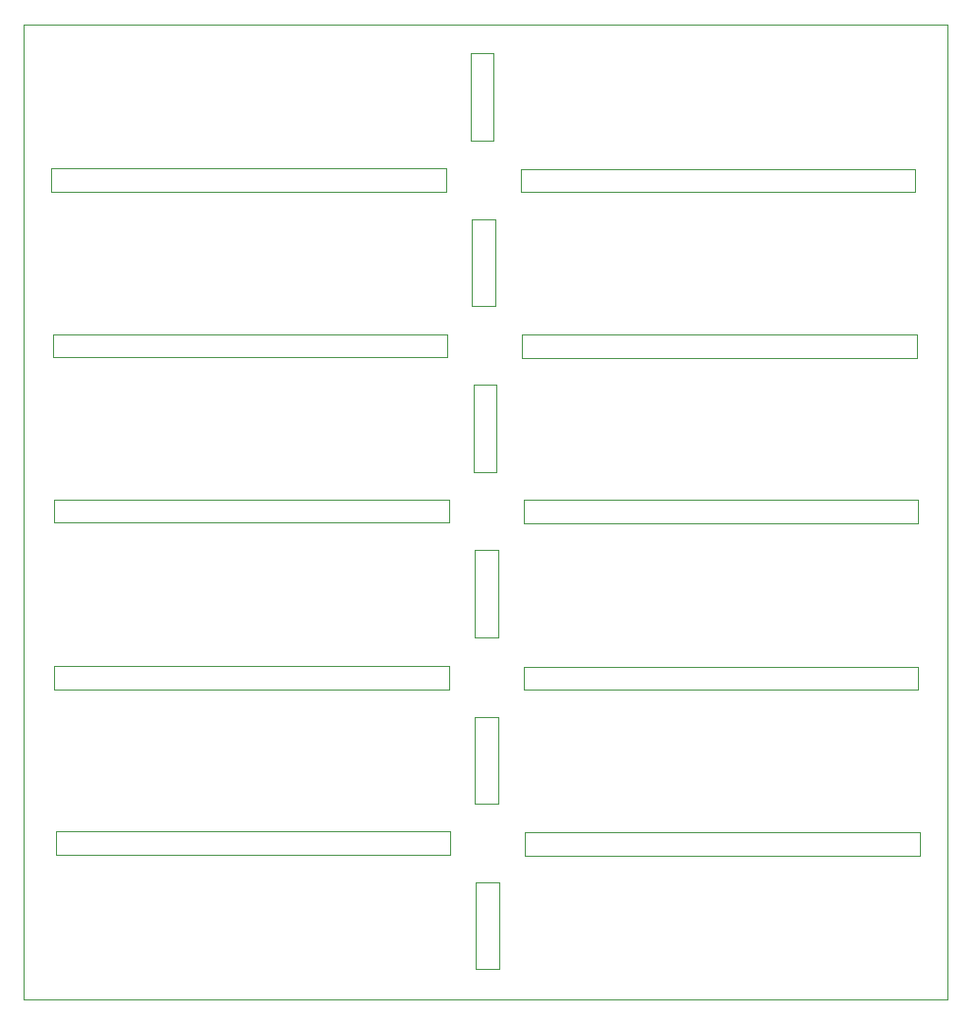
<source format=gbr>
%TF.GenerationSoftware,KiCad,Pcbnew,7.0.1*%
%TF.CreationDate,2023-04-10T19:00:46+03:00*%
%TF.ProjectId,Attiny_USB_panel,41747469-6e79-45f5-9553-425f70616e65,rev?*%
%TF.SameCoordinates,Original*%
%TF.FileFunction,Profile,NP*%
%FSLAX46Y46*%
G04 Gerber Fmt 4.6, Leading zero omitted, Abs format (unit mm)*
G04 Created by KiCad (PCBNEW 7.0.1) date 2023-04-10 19:00:46*
%MOMM*%
%LPD*%
G01*
G04 APERTURE LIST*
%TA.AperFunction,Profile*%
%ADD10C,0.100000*%
%TD*%
G04 APERTURE END LIST*
D10*
X116725000Y-55200000D02*
X150725000Y-55200000D01*
X150725000Y-57200000D01*
X116725000Y-57200000D01*
X116725000Y-55200000D01*
X152830000Y-45320000D02*
X154830000Y-45320000D01*
X154830000Y-52820000D01*
X152830000Y-52820000D01*
X152830000Y-45320000D01*
X152950000Y-59550000D02*
X154950000Y-59550000D01*
X154950000Y-67050000D01*
X152950000Y-67050000D01*
X152950000Y-59550000D01*
X157175000Y-55250000D02*
X191175000Y-55250000D01*
X191175000Y-57250000D01*
X157175000Y-57250000D01*
X157175000Y-55250000D01*
X116975000Y-83700000D02*
X150975000Y-83700000D01*
X150975000Y-85700000D01*
X116975000Y-85700000D01*
X116975000Y-83700000D01*
X153080000Y-73820000D02*
X155080000Y-73820000D01*
X155080000Y-81320000D01*
X153080000Y-81320000D01*
X153080000Y-73820000D01*
X153200000Y-88050000D02*
X155200000Y-88050000D01*
X155200000Y-95550000D01*
X153200000Y-95550000D01*
X153200000Y-88050000D01*
X157425000Y-83750000D02*
X191425000Y-83750000D01*
X191425000Y-85750000D01*
X157425000Y-85750000D01*
X157425000Y-83750000D01*
X116855000Y-69470000D02*
X150855000Y-69470000D01*
X150855000Y-71470000D01*
X116855000Y-71470000D01*
X116855000Y-69470000D01*
X157305000Y-69520000D02*
X191305000Y-69520000D01*
X191305000Y-71520000D01*
X157305000Y-71520000D01*
X157305000Y-69520000D01*
X116975000Y-98050000D02*
X150975000Y-98050000D01*
X150975000Y-100050000D01*
X116975000Y-100050000D01*
X116975000Y-98050000D01*
X153200000Y-102400000D02*
X155200000Y-102400000D01*
X155200000Y-109900000D01*
X153200000Y-109900000D01*
X153200000Y-102400000D01*
X157425000Y-98100000D02*
X191425000Y-98100000D01*
X191425000Y-100100000D01*
X157425000Y-100100000D01*
X157425000Y-98100000D01*
X157545000Y-112330000D02*
X191545000Y-112330000D01*
X191545000Y-114330000D01*
X157545000Y-114330000D01*
X157545000Y-112330000D01*
X153320000Y-116630000D02*
X155320000Y-116630000D01*
X155320000Y-124130000D01*
X153320000Y-124130000D01*
X153320000Y-116630000D01*
X117095000Y-112280000D02*
X151095000Y-112280000D01*
X151095000Y-114280000D01*
X117095000Y-114280000D01*
X117095000Y-112280000D01*
X114350000Y-42850000D02*
X193900000Y-42850000D01*
X193900000Y-126700000D01*
X114350000Y-126700000D01*
X114350000Y-42850000D01*
M02*

</source>
